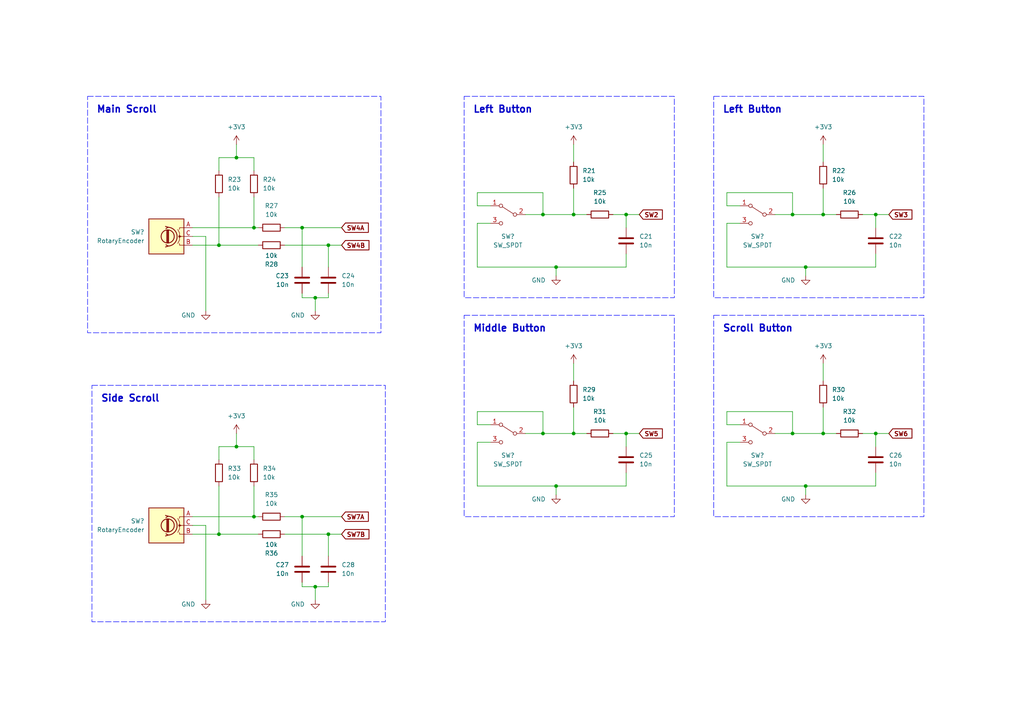
<source format=kicad_sch>
(kicad_sch (version 20230121) (generator eeschema)
  (paper "A4")
  (title_block (title "Buttons and Scrolls"))
  (lib_symbols
    (symbol "Device:C" (pin_numbers hide) (pin_names (offset 0.254))
      (property "Reference" "C" (at 0.635 2.54 0))
      (property "Value" "C" (at 0.635 -2.54 0))
      (symbol "C_0_1"
        (polyline (pts (xy -2.032 -0.762) (xy 2.032 -0.762)) (stroke (width 0.508)))
        (polyline (pts (xy -2.032 0.762) (xy 2.032 0.762)) (stroke (width 0.508)))
      )
      (symbol "C_1_1"
        (pin passive line (at 0 3.81 270) (length 2.794) (name "~") (number "1"))
        (pin passive line (at 0 -3.81 90) (length 2.794) (name "~") (number "2"))
      )
    )
    (symbol "Device:R" (pin_numbers hide) (pin_names (offset 0))
      (property "Reference" "R" (at 2.032 0 90))
      (property "Value" "R" (at 0 0 90))
      (symbol "R_0_1"
        (rectangle (start -1.016 -2.54) (end 1.016 2.54) (stroke (width 0.254)))
      )
      (symbol "R_1_1"
        (pin passive line (at 0 3.81 270) (length 1.27) (name "~") (number "1"))
        (pin passive line (at 0 -3.81 90) (length 1.27) (name "~") (number "2"))
      )
    )
    (symbol "Device:RotaryEncoder" (pin_names (offset 0.254) hide)
      (property "Reference" "SW" (at 0 6.604 0))
      (property "Value" "RotaryEncoder" (at 0 -6.604 0))
      (symbol "RotaryEncoder_0_1"
        (rectangle (start -5.08 5.08) (end 5.08 -5.08) (stroke (width 0.254)) (fill (type background)))
        (circle (center -3.81 0) (radius 0.254) (fill (type outline)))
        (circle (center -0.381 0) (radius 1.905) (stroke (width 0.254)))
        (arc (start -0.381 2.667) (mid -3.0988 -0.0635) (end -0.381 -2.794) (stroke (width 0.254)))
        (polyline (pts (xy -0.635 -1.778) (xy -0.635 1.778)) (stroke (width 0.254)))
        (polyline (pts (xy -0.381 -1.778) (xy -0.381 1.778)) (stroke (width 0.254)))
        (polyline (pts (xy -0.127 1.778) (xy -0.127 -1.778)) (stroke (width 0.254)))
        (polyline (pts (xy -5.08 -2.54) (xy -3.81 -2.54) (xy -3.81 -2.032)))
        (polyline (pts (xy -5.08 2.54) (xy -3.81 2.54) (xy -3.81 2.032)))
        (polyline (pts (xy 0.254 -3.048) (xy -0.508 -2.794) (xy 0.127 -2.413)) (stroke (width 0.254)))
        (polyline (pts (xy 0.254 2.921) (xy -0.508 2.667) (xy 0.127 2.286)) (stroke (width 0.254)))
        (polyline (pts (xy -5.08 0) (xy -3.81 0) (xy -3.81 -1.016) (xy -3.302 -2.032)))
        (polyline (pts (xy -4.318 0) (xy -3.81 0) (xy -3.81 1.016) (xy -3.302 2.032)))
      )
      (symbol "RotaryEncoder_1_1"
        (pin passive line (at -7.62 2.54 0) (length 2.54) (name "A") (number "A"))
        (pin passive line (at -7.62 -2.54 0) (length 2.54) (name "B") (number "B"))
        (pin passive line (at -7.62 0 0) (length 2.54) (name "C") (number "C"))
      )
    )
    (symbol "Switch:SW_SPDT" (pin_names (offset 0) hide)
      (property "Reference" "SW" (at 0 4.318 0))
      (property "Value" "SW_SPDT" (at 0 -5.08 0))
      (symbol "SW_SPDT_0_0"
        (circle (center -2.032 0) (radius 0.508))
        (circle (center 2.032 -2.54) (radius 0.508))
      )
      (symbol "SW_SPDT_0_1"
        (polyline (pts (xy -1.524 0.254) (xy 1.651 2.286)))
        (circle (center 2.032 2.54) (radius 0.508))
      )
      (symbol "SW_SPDT_1_1"
        (pin passive line (at 5.08 2.54 180) (length 2.54) (name "A") (number "1"))
        (pin passive line (at -5.08 0 0) (length 2.54) (name "B") (number "2"))
        (pin passive line (at 5.08 -2.54 180) (length 2.54) (name "C") (number "3"))
      )
    )
    (symbol "power:+3V3" (power) (pin_names (offset 0))
      (property "Value" "+3V3" (at 0 3.556 0))
      (symbol "+3V3_0_1"
        (polyline (pts (xy -0.762 1.27) (xy 0 2.54)))
        (polyline (pts (xy 0 0) (xy 0 2.54)))
        (polyline (pts (xy 0 2.54) (xy 0.762 1.27)))
      )
      (symbol "+3V3_1_1"
        (pin power_in line (at 0 0 90) (length 0) hide (name "+3V3") (number "1"))
      )
    )
    (symbol "power:GND" (power) (pin_names (offset 0))
      (property "Value" "GND" (at 0 -3.81 0))
      (symbol "GND_0_1"
        (polyline (pts (xy 0 0) (xy 0 -1.27) (xy 1.27 -1.27) (xy 0 -2.54) (xy -1.27 -1.27) (xy 0 -1.27)))
      )
      (symbol "GND_1_1"
        (pin power_in line (at 0 0 270) (length 0) hide (name "GND") (number "1"))
      )
    )
  )
  (junction (at 73.66 66.04))
  (junction (at 161.29 140.97))
  (junction (at 87.63 149.86))
  (junction (at 63.5 154.94))
  (junction (at 68.58 45.72))
  (junction (at 87.63 66.04))
  (junction (at 181.61 62.23))
  (junction (at 238.76 62.23))
  (junction (at 73.66 149.86))
  (junction (at 68.58 129.54))
  (junction (at 166.37 62.23))
  (junction (at 91.44 86.36))
  (junction (at 95.25 154.94))
  (junction (at 229.87 125.73))
  (junction (at 233.68 77.47))
  (junction (at 166.37 125.73))
  (junction (at 254 125.73))
  (junction (at 91.44 170.18))
  (junction (at 181.61 125.73))
  (junction (at 233.68 140.97))
  (junction (at 161.29 77.47))
  (junction (at 157.48 62.23))
  (junction (at 229.87 62.23))
  (junction (at 63.5 71.12))
  (junction (at 95.25 71.12))
  (junction (at 254 62.23))
  (junction (at 238.76 125.73))
  (junction (at 157.48 125.73))
  (wire (pts (xy 210.82 119.38) (xy 229.87 119.38)))
  (wire (pts (xy 63.5 154.94) (xy 74.93 154.94)))
  (wire (pts (xy 254 125.73) (xy 254 129.54)))
  (wire (pts (xy 68.58 129.54) (xy 73.66 129.54)))
  (wire (pts (xy 233.68 77.47) (xy 254 77.47)))
  (wire (pts (xy 55.88 149.86) (xy 73.66 149.86)))
  (wire (pts (xy 210.82 64.77) (xy 210.82 77.47)))
  (wire (pts (xy 73.66 45.72) (xy 73.66 49.53)))
  (wire (pts (xy 210.82 128.27) (xy 210.82 140.97)))
  (wire (pts (xy 138.43 64.77) (xy 138.43 77.47)))
  (wire (pts (xy 161.29 77.47) (xy 181.61 77.47)))
  (wire (pts (xy 73.66 129.54) (xy 73.66 133.35)))
  (wire (pts (xy 254 62.23) (xy 254 66.04)))
  (wire (pts (xy 63.5 71.12) (xy 74.93 71.12)))
  (wire (pts (xy 214.63 59.69) (xy 210.82 59.69)))
  (wire (pts (xy 63.5 57.15) (xy 63.5 71.12)))
  (wire (pts (xy 229.87 62.23) (xy 238.76 62.23)))
  (wire (pts (xy 138.43 123.19) (xy 138.43 119.38)))
  (wire (pts (xy 82.55 149.86) (xy 87.63 149.86)))
  (wire (pts (xy 238.76 118.11) (xy 238.76 125.73)))
  (wire (pts (xy 233.68 80.01) (xy 233.68 77.47)))
  (wire (pts (xy 142.24 59.69) (xy 138.43 59.69)))
  (wire (pts (xy 138.43 77.47) (xy 161.29 77.47)))
  (wire (pts (xy 73.66 66.04) (xy 74.93 66.04)))
  (wire (pts (xy 55.88 154.94) (xy 63.5 154.94)))
  (wire (pts (xy 73.66 57.15) (xy 73.66 66.04)))
  (wire (pts (xy 254 77.47) (xy 254 73.66)))
  (wire (pts (xy 87.63 149.86) (xy 99.06 149.86)))
  (wire (pts (xy 229.87 55.88) (xy 229.87 62.23)))
  (wire (pts (xy 166.37 62.23) (xy 170.18 62.23)))
  (wire (pts (xy 142.24 64.77) (xy 138.43 64.77)))
  (wire (pts (xy 82.55 71.12) (xy 95.25 71.12)))
  (wire (pts (xy 142.24 123.19) (xy 138.43 123.19)))
  (wire (pts (xy 177.8 125.73) (xy 181.61 125.73)))
  (wire (pts (xy 161.29 143.51) (xy 161.29 140.97)))
  (wire (pts (xy 157.48 125.73) (xy 166.37 125.73)))
  (wire (pts (xy 63.5 133.35) (xy 63.5 129.54)))
  (wire (pts (xy 250.19 125.73) (xy 254 125.73)))
  (wire (pts (xy 210.82 77.47) (xy 233.68 77.47)))
  (wire (pts (xy 55.88 71.12) (xy 63.5 71.12)))
  (wire (pts (xy 152.4 62.23) (xy 157.48 62.23)))
  (wire (pts (xy 214.63 123.19) (xy 210.82 123.19)))
  (wire (pts (xy 87.63 168.91) (xy 87.63 170.18)))
  (wire (pts (xy 87.63 66.04) (xy 99.06 66.04)))
  (wire (pts (xy 181.61 140.97) (xy 181.61 137.16)))
  (wire (pts (xy 166.37 54.61) (xy 166.37 62.23)))
  (wire (pts (xy 87.63 149.86) (xy 87.63 161.29)))
  (wire (pts (xy 238.76 125.73) (xy 242.57 125.73)))
  (wire (pts (xy 63.5 129.54) (xy 68.58 129.54)))
  (wire (pts (xy 238.76 62.23) (xy 242.57 62.23)))
  (wire (pts (xy 87.63 85.09) (xy 87.63 86.36)))
  (wire (pts (xy 55.88 66.04) (xy 73.66 66.04)))
  (wire (pts (xy 157.48 55.88) (xy 157.48 62.23)))
  (wire (pts (xy 63.5 49.53) (xy 63.5 45.72)))
  (wire (pts (xy 214.63 64.77) (xy 210.82 64.77)))
  (wire (pts (xy 254 125.73) (xy 257.81 125.73)))
  (wire (pts (xy 82.55 66.04) (xy 87.63 66.04)))
  (wire (pts (xy 166.37 41.91) (xy 166.37 46.99)))
  (wire (pts (xy 82.55 154.94) (xy 95.25 154.94)))
  (wire (pts (xy 238.76 54.61) (xy 238.76 62.23)))
  (wire (pts (xy 91.44 86.36) (xy 87.63 86.36)))
  (wire (pts (xy 55.88 68.58) (xy 59.69 68.58)))
  (wire (pts (xy 238.76 105.41) (xy 238.76 110.49)))
  (wire (pts (xy 233.68 140.97) (xy 254 140.97)))
  (wire (pts (xy 181.61 62.23) (xy 185.42 62.23)))
  (wire (pts (xy 138.43 128.27) (xy 138.43 140.97)))
  (wire (pts (xy 161.29 80.01) (xy 161.29 77.47)))
  (wire (pts (xy 210.82 55.88) (xy 229.87 55.88)))
  (wire (pts (xy 59.69 68.58) (xy 59.69 90.17)))
  (wire (pts (xy 55.88 152.4) (xy 59.69 152.4)))
  (wire (pts (xy 250.19 62.23) (xy 254 62.23)))
  (wire (pts (xy 238.76 41.91) (xy 238.76 46.99)))
  (wire (pts (xy 68.58 125.73) (xy 68.58 129.54)))
  (wire (pts (xy 254 140.97) (xy 254 137.16)))
  (wire (pts (xy 254 62.23) (xy 257.81 62.23)))
  (wire (pts (xy 166.37 105.41) (xy 166.37 110.49)))
  (wire (pts (xy 152.4 125.73) (xy 157.48 125.73)))
  (wire (pts (xy 68.58 45.72) (xy 73.66 45.72)))
  (wire (pts (xy 233.68 143.51) (xy 233.68 140.97)))
  (wire (pts (xy 210.82 59.69) (xy 210.82 55.88)))
  (wire (pts (xy 177.8 62.23) (xy 181.61 62.23)))
  (wire (pts (xy 95.25 154.94) (xy 99.06 154.94)))
  (wire (pts (xy 63.5 45.72) (xy 68.58 45.72)))
  (wire (pts (xy 91.44 170.18) (xy 87.63 170.18)))
  (wire (pts (xy 59.69 152.4) (xy 59.69 173.99)))
  (wire (pts (xy 95.25 170.18) (xy 95.25 168.91)))
  (wire (pts (xy 229.87 125.73) (xy 238.76 125.73)))
  (wire (pts (xy 166.37 125.73) (xy 170.18 125.73)))
  (wire (pts (xy 91.44 86.36) (xy 91.44 90.17)))
  (wire (pts (xy 138.43 55.88) (xy 157.48 55.88)))
  (wire (pts (xy 224.79 125.73) (xy 229.87 125.73)))
  (wire (pts (xy 138.43 119.38) (xy 157.48 119.38)))
  (wire (pts (xy 181.61 125.73) (xy 185.42 125.73)))
  (wire (pts (xy 161.29 140.97) (xy 181.61 140.97)))
  (wire (pts (xy 91.44 170.18) (xy 95.25 170.18)))
  (wire (pts (xy 91.44 170.18) (xy 91.44 173.99)))
  (wire (pts (xy 157.48 62.23) (xy 166.37 62.23)))
  (wire (pts (xy 95.25 86.36) (xy 95.25 85.09)))
  (wire (pts (xy 91.44 86.36) (xy 95.25 86.36)))
  (wire (pts (xy 95.25 71.12) (xy 99.06 71.12)))
  (wire (pts (xy 95.25 71.12) (xy 95.25 77.47)))
  (wire (pts (xy 68.58 41.91) (xy 68.58 45.72)))
  (wire (pts (xy 142.24 128.27) (xy 138.43 128.27)))
  (wire (pts (xy 138.43 59.69) (xy 138.43 55.88)))
  (wire (pts (xy 138.43 140.97) (xy 161.29 140.97)))
  (wire (pts (xy 210.82 123.19) (xy 210.82 119.38)))
  (wire (pts (xy 95.25 154.94) (xy 95.25 161.29)))
  (wire (pts (xy 210.82 140.97) (xy 233.68 140.97)))
  (wire (pts (xy 224.79 62.23) (xy 229.87 62.23)))
  (wire (pts (xy 166.37 118.11) (xy 166.37 125.73)))
  (wire (pts (xy 181.61 62.23) (xy 181.61 66.04)))
  (wire (pts (xy 181.61 77.47) (xy 181.61 73.66)))
  (wire (pts (xy 229.87 119.38) (xy 229.87 125.73)))
  (wire (pts (xy 63.5 140.97) (xy 63.5 154.94)))
  (wire (pts (xy 73.66 140.97) (xy 73.66 149.86)))
  (wire (pts (xy 73.66 149.86) (xy 74.93 149.86)))
  (wire (pts (xy 214.63 128.27) (xy 210.82 128.27)))
  (wire (pts (xy 157.48 119.38) (xy 157.48 125.73)))
  (wire (pts (xy 87.63 66.04) (xy 87.63 77.47)))
  (wire (pts (xy 181.61 125.73) (xy 181.61 129.54)))
  (rectangle (start 134.62 27.94) (end 195.58 86.36) (stroke (width 0) (type dash) (color 0 0 255 1)))
  (rectangle (start 25.4 27.94) (end 110.49 96.52) (stroke (width 0) (type dash) (color 0 0 255 1)))
  (rectangle (start 134.62 91.44) (end 195.58 149.86) (stroke (width 0) (type dash) (color 0 0 255 1)))
  (rectangle (start 207.01 91.44) (end 267.97 149.86) (stroke (width 0) (type dash) (color 0 0 255 1)))
  (rectangle (start 207.01 27.94) (end 267.97 86.36) (stroke (width 0) (type dash) (color 0 0 255 1)))
  (rectangle (start 26.67 111.76) (end 111.76 180.34) (stroke (width 0) (type dash) (color 0 0 255 1)))
  (text "Middle Button" (at 137.16 96.52 0) (effects (font (size 2 2) bold) (justify left bottom)))
  (text "Scroll Button" (at 209.55 96.52 0) (effects (font (size 2 2) bold) (justify left bottom)))
  (text "Left Button" (at 137.16 33.02 0) (effects (font (size 2 2) bold) (justify left bottom)))
  (text "Side Scroll" (at 29.21 116.84 0) (effects (font (size 2 2) bold) (justify left bottom)))
  (text "Left Button" (at 209.55 33.02 0) (effects (font (size 2 2) bold) (justify left bottom)))
  (text "Main Scroll" (at 27.94 33.02 0) (effects (font (size 2 2) bold) (justify left bottom)))
  (global_label "SW4A" (shape input) (at 99.06 66.04 0) (effects (font bold)) (property "Intersheetrefs" "${INTERSHEET_REFS}" (effects hide)))
  (global_label "SW6" (shape input) (at 257.81 125.73 0) (effects (font bold)) (property "Intersheetrefs" "${INTERSHEET_REFS}" (effects hide)))
  (global_label "SW3" (shape input) (at 257.81 62.23 0) (effects (font bold)) (property "Intersheetrefs" "${INTERSHEET_REFS}" (effects hide)))
  (global_label "SW2" (shape input) (at 185.42 62.23 0) (effects (font bold)) (property "Intersheetrefs" "${INTERSHEET_REFS}" (effects hide)))
  (global_label "SW4B" (shape input) (at 99.06 71.12 0) (effects (font bold)) (property "Intersheetrefs" "${INTERSHEET_REFS}" (effects hide)))
  (global_label "SW7B" (shape input) (at 99.06 154.94 0) (effects (font bold)) (property "Intersheetrefs" "${INTERSHEET_REFS}" (effects hide)))
  (global_label "SW7A" (shape input) (at 99.06 149.86 0) (effects (font bold)) (property "Intersheetrefs" "${INTERSHEET_REFS}" (effects hide)))
  (global_label "SW5" (shape input) (at 185.42 125.73 0) (effects (font bold)) (property "Intersheetrefs" "${INTERSHEET_REFS}" (effects hide)))
  (symbol (lib_id "Switch:SW_SPDT") (at 219.71 62.23 0) (mirror y) (unit 1)
    (property "Reference" "SW?" (at 219.71 68.58 0))
    (property "Value" "SW_SPDT" (at 219.71 71.12 0))
    (property "Footprint" "Omron_switch_mouse:Mouse_Switch" (effects hide))
    (instances (project "Computer Mouse" (path "" (reference "SW?") (unit 1)) (path "" (reference "SW3") (unit 1))))
  )
  (symbol (lib_id "power:GND") (at 91.44 173.99 0) (mirror y) (unit 1)
    (property "Reference" "#PWR?" (effects hide))
    (property "Value" "GND" (at 86.36 175.26 0))
    (instances (project "Computer Mouse" (path "" (reference "#PWR?") (unit 1)) (path "" (reference "#PWR055") (unit 1))))
  )
  (symbol (lib_id "power:GND") (at 161.29 80.01 0) (mirror y) (unit 1)
    (property "Reference" "#PWR?" (effects hide))
    (property "Value" "GND" (at 156.21 81.28 0))
    (instances (project "Computer Mouse" (path "" (reference "#PWR?") (unit 1)) (path "" (reference "#PWR045") (unit 1))))
  )
  (symbol (lib_id "Device:C") (at 181.61 133.35 0) (unit 1)
    (property "Reference" "C25" (at 185.42 132.08 0) (effects (justify left)))
    (property "Value" "10n" (at 185.42 134.62 0) (effects (justify left)))
  )
  (symbol (lib_id "Switch:SW_SPDT") (at 147.32 125.73 0) (mirror y) (unit 1)
    (property "Reference" "SW?" (at 147.32 132.08 0))
    (property "Value" "SW_SPDT" (at 147.32 134.62 0))
    (property "Footprint" "Omron_switch_mouse:Mouse_Switch" (effects hide))
    (instances (project "Computer Mouse" (path "" (reference "SW?") (unit 1)) (path "" (reference "SW5") (unit 1))))
  )
  (symbol (lib_id "Device:R") (at 246.38 125.73 270) (unit 1)
    (property "Reference" "R32" (at 246.38 119.38 90))
    (property "Value" "10k" (at 246.38 121.92 90))
  )
  (symbol (lib_id "Device:R") (at 166.37 114.3 0) (unit 1)
    (property "Reference" "R29" (at 168.91 113.03 0) (effects (justify left)))
    (property "Value" "10k" (at 168.91 115.57 0) (effects (justify left)))
  )
  (symbol (lib_id "Switch:SW_SPDT") (at 219.71 125.73 0) (mirror y) (unit 1)
    (property "Reference" "SW?" (at 219.71 132.08 0))
    (property "Value" "SW_SPDT" (at 219.71 134.62 0))
    (property "Footprint" "Omron_switch_mouse:Mouse_Switch" (effects hide))
    (instances (project "Computer Mouse" (path "" (reference "SW?") (unit 1)) (path "" (reference "SW6") (unit 1))))
  )
  (symbol (lib_id "Device:C") (at 95.25 81.28 0) (unit 1)
    (property "Reference" "C24" (at 99.06 80.01 0) (effects (justify left)))
    (property "Value" "10n" (at 99.06 82.55 0) (effects (justify left)))
  )
  (symbol (lib_id "Device:R") (at 73.66 137.16 0) (unit 1)
    (property "Reference" "R34" (at 76.2 135.89 0) (effects (justify left)))
    (property "Value" "10k" (at 76.2 138.43 0) (effects (justify left)))
  )
  (symbol (lib_id "power:+3V3") (at 238.76 41.91 0) (unit 1)
    (property "Reference" "#PWR?" (effects hide))
    (property "Value" "+3V3" (at 238.76 36.83 0))
    (instances (project "Computer Mouse" (path "" (reference "#PWR?") (unit 1)) (path "" (reference "#PWR?") (unit 1)) (path "" (reference "#PWR044") (unit 1))))
  )
  (symbol (lib_id "Device:C") (at 87.63 81.28 0) (mirror y) (unit 1)
    (property "Reference" "C23" (at 83.82 80.01 0) (effects (justify left)))
    (property "Value" "10n" (at 83.82 82.55 0) (effects (justify left)))
  )
  (symbol (lib_id "power:+3V3") (at 68.58 41.91 0) (unit 1)
    (property "Reference" "#PWR?" (effects hide))
    (property "Value" "+3V3" (at 68.58 36.83 0))
    (instances (project "Computer Mouse" (path "" (reference "#PWR?") (unit 1)) (path "" (reference "#PWR?") (unit 1)) (path "" (reference "#PWR042") (unit 1))))
  )
  (symbol (lib_id "Device:C") (at 95.25 165.1 0) (unit 1)
    (property "Reference" "C28" (at 99.06 163.83 0) (effects (justify left)))
    (property "Value" "10n" (at 99.06 166.37 0) (effects (justify left)))
  )
  (symbol (lib_id "Device:RotaryEncoder") (at 48.26 68.58 0) (mirror y) (unit 1)
    (property "Reference" "SW?" (at 41.91 67.31 0) (effects (justify left)))
    (property "Value" "RotaryEncoder" (at 41.91 69.85 0) (effects (justify left)))
    (property "Footprint" "TTC_Rotary_Encoder:TTC_rotary_encoder" (effects hide))
    (instances (project "Computer Mouse" (path "" (reference "SW?") (unit 1)) (path "" (reference "SW4") (unit 1))))
  )
  (symbol (lib_id "power:+3V3") (at 238.76 105.41 0) (unit 1)
    (property "Reference" "#PWR?" (effects hide))
    (property "Value" "+3V3" (at 238.76 100.33 0))
    (instances (project "Computer Mouse" (path "" (reference "#PWR?") (unit 1)) (path "" (reference "#PWR?") (unit 1)) (path "" (reference "#PWR050") (unit 1))))
  )
  (symbol (lib_id "power:GND") (at 161.29 143.51 0) (mirror y) (unit 1)
    (property "Reference" "#PWR?" (effects hide))
    (property "Value" "GND" (at 156.21 144.78 0))
    (instances (project "Computer Mouse" (path "" (reference "#PWR?") (unit 1)) (path "" (reference "#PWR052") (unit 1))))
  )
  (symbol (lib_id "Device:R") (at 173.99 125.73 270) (unit 1)
    (property "Reference" "R31" (at 173.99 119.38 90))
    (property "Value" "10k" (at 173.99 121.92 90))
  )
  (symbol (lib_id "Device:C") (at 87.63 165.1 0) (mirror y) (unit 1)
    (property "Reference" "C27" (at 83.82 163.83 0) (effects (justify left)))
    (property "Value" "10n" (at 83.82 166.37 0) (effects (justify left)))
  )
  (symbol (lib_id "power:GND") (at 233.68 143.51 0) (mirror y) (unit 1)
    (property "Reference" "#PWR?" (effects hide))
    (property "Value" "GND" (at 228.6 144.78 0))
    (instances (project "Computer Mouse" (path "" (reference "#PWR?") (unit 1)) (path "" (reference "#PWR053") (unit 1))))
  )
  (symbol (lib_id "Device:R") (at 78.74 149.86 270) (unit 1)
    (property "Reference" "R35" (at 78.74 143.51 90))
    (property "Value" "10k" (at 78.74 146.05 90))
  )
  (symbol (lib_id "Switch:SW_SPDT") (at 147.32 62.23 0) (mirror y) (unit 1)
    (property "Reference" "SW?" (at 147.32 68.58 0))
    (property "Value" "SW_SPDT" (at 147.32 71.12 0))
    (property "Footprint" "Omron_switch_mouse:Mouse_Switch" (effects hide))
    (instances (project "Computer Mouse" (path "" (reference "SW?") (unit 1)) (path "" (reference "SW2") (unit 1))))
  )
  (symbol (lib_id "Device:R") (at 173.99 62.23 270) (unit 1)
    (property "Reference" "R25" (at 173.99 55.88 90))
    (property "Value" "10k" (at 173.99 58.42 90))
  )
  (symbol (lib_id "Device:R") (at 166.37 50.8 0) (unit 1)
    (property "Reference" "R21" (at 168.91 49.53 0) (effects (justify left)))
    (property "Value" "10k" (at 168.91 52.07 0) (effects (justify left)))
  )
  (symbol (lib_id "power:+3V3") (at 166.37 41.91 0) (unit 1)
    (property "Reference" "#PWR?" (effects hide))
    (property "Value" "+3V3" (at 166.37 36.83 0))
    (instances (project "Computer Mouse" (path "" (reference "#PWR?") (unit 1)) (path "" (reference "#PWR?") (unit 1)) (path "" (reference "#PWR043") (unit 1))))
  )
  (symbol (lib_id "power:GND") (at 233.68 80.01 0) (mirror y) (unit 1)
    (property "Reference" "#PWR?" (effects hide))
    (property "Value" "GND" (at 228.6 81.28 0))
    (instances (project "Computer Mouse" (path "" (reference "#PWR?") (unit 1)) (path "" (reference "#PWR046") (unit 1))))
  )
  (symbol (lib_id "power:+3V3") (at 166.37 105.41 0) (unit 1)
    (property "Reference" "#PWR?" (effects hide))
    (property "Value" "+3V3" (at 166.37 100.33 0))
    (instances (project "Computer Mouse" (path "" (reference "#PWR?") (unit 1)) (path "" (reference "#PWR?") (unit 1)) (path "" (reference "#PWR049") (unit 1))))
  )
  (symbol (lib_id "Device:C") (at 254 133.35 0) (unit 1)
    (property "Reference" "C26" (at 257.81 132.08 0) (effects (justify left)))
    (property "Value" "10n" (at 257.81 134.62 0) (effects (justify left)))
  )
  (symbol (lib_id "Device:R") (at 63.5 53.34 0) (unit 1)
    (property "Reference" "R23" (at 66.04 52.07 0) (effects (justify left)))
    (property "Value" "10k" (at 66.04 54.61 0) (effects (justify left)))
  )
  (symbol (lib_id "Device:R") (at 78.74 154.94 270) (mirror x) (unit 1)
    (property "Reference" "R36" (at 78.74 160.4871 90))
    (property "Value" "10k" (at 78.74 157.9471 90))
  )
  (symbol (lib_id "Device:R") (at 238.76 114.3 0) (unit 1)
    (property "Reference" "R30" (at 241.3 113.03 0) (effects (justify left)))
    (property "Value" "10k" (at 241.3 115.57 0) (effects (justify left)))
  )
  (symbol (lib_id "Device:R") (at 78.74 71.12 270) (mirror x) (unit 1)
    (property "Reference" "R28" (at 78.74 76.6671 90))
    (property "Value" "10k" (at 78.74 74.1271 90))
  )
  (symbol (lib_id "Device:C") (at 181.61 69.85 0) (unit 1)
    (property "Reference" "C21" (at 185.42 68.58 0) (effects (justify left)))
    (property "Value" "10n" (at 185.42 71.12 0) (effects (justify left)))
  )
  (symbol (lib_id "power:GND") (at 59.69 90.17 0) (mirror y) (unit 1)
    (property "Reference" "#PWR?" (effects hide))
    (property "Value" "GND" (at 54.61 91.44 0))
    (instances (project "Computer Mouse" (path "" (reference "#PWR?") (unit 1)) (path "" (reference "#PWR047") (unit 1))))
  )
  (symbol (lib_id "Device:R") (at 238.76 50.8 0) (unit 1)
    (property "Reference" "R22" (at 241.3 49.53 0) (effects (justify left)))
    (property "Value" "10k" (at 241.3 52.07 0) (effects (justify left)))
  )
  (symbol (lib_id "Device:R") (at 63.5 137.16 0) (unit 1)
    (property "Reference" "R33" (at 66.04 135.89 0) (effects (justify left)))
    (property "Value" "10k" (at 66.04 138.43 0) (effects (justify left)))
  )
  (symbol (lib_id "power:+3V3") (at 68.58 125.73 0) (unit 1)
    (property "Reference" "#PWR?" (effects hide))
    (property "Value" "+3V3" (at 68.58 120.65 0))
    (instances (project "Computer Mouse" (path "" (reference "#PWR?") (unit 1)) (path "" (reference "#PWR?") (unit 1)) (path "" (reference "#PWR051") (unit 1))))
  )
  (symbol (lib_id "Device:R") (at 246.38 62.23 270) (unit 1)
    (property "Reference" "R26" (at 246.38 55.88 90))
    (property "Value" "10k" (at 246.38 58.42 90))
  )
  (symbol (lib_id "Device:R") (at 78.74 66.04 270) (unit 1)
    (property "Reference" "R27" (at 78.74 59.69 90))
    (property "Value" "10k" (at 78.74 62.23 90))
  )
  (symbol (lib_id "Device:R") (at 73.66 53.34 0) (unit 1)
    (property "Reference" "R24" (at 76.2 52.07 0) (effects (justify left)))
    (property "Value" "10k" (at 76.2 54.61 0) (effects (justify left)))
  )
  (symbol (lib_id "power:GND") (at 59.69 173.99 0) (mirror y) (unit 1)
    (property "Reference" "#PWR?" (effects hide))
    (property "Value" "GND" (at 54.61 175.26 0))
    (instances (project "Computer Mouse" (path "" (reference "#PWR?") (unit 1)) (path "" (reference "#PWR054") (unit 1))))
  )
  (symbol (lib_id "Device:RotaryEncoder") (at 48.26 152.4 0) (mirror y) (unit 1)
    (property "Reference" "SW?" (at 41.91 151.13 0) (effects (justify left)))
    (property "Value" "RotaryEncoder" (at 41.91 153.67 0) (effects (justify left)))
    (property "Footprint" "TTC_Rotary_Encoder:TTC_rotary_encoder" (effects hide))
    (instances (project "Computer Mouse" (path "" (reference "SW?") (unit 1)) (path "" (reference "SW7") (unit 1))))
  )
  (symbol (lib_id "power:GND") (at 91.44 90.17 0) (mirror y) (unit 1)
    (property "Reference" "#PWR?" (effects hide))
    (property "Value" "GND" (at 86.36 91.44 0))
    (instances (project "Computer Mouse" (path "" (reference "#PWR?") (unit 1)) (path "" (reference "#PWR048") (unit 1))))
  )
  (symbol (lib_id "Device:C") (at 254 69.85 0) (unit 1)
    (property "Reference" "C22" (at 257.81 68.58 0) (effects (justify left)))
    (property "Value" "10n" (at 257.81 71.12 0) (effects (justify left)))
  )
)
</source>
